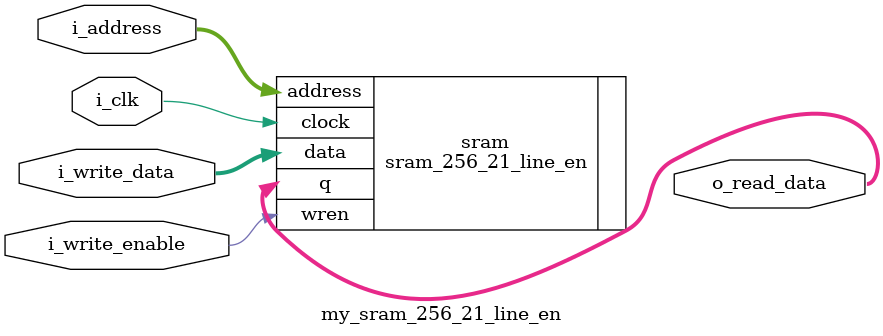
<source format=v>
`timescale 1 ps / 1 ps

module my_sram_256_21_line_en (
	input wire [7:0]i_address,
	input wire i_clk,
	input wire [20:0]i_write_data,
	input wire i_write_enable,
	output wire [20:0]o_read_data
	);
parameter DATA_WIDTH = 21;
parameter INITIALIZE_TO_ZERO = 1;
parameter ADDRESS_WIDTH = 8;

sram_256_21_line_en sram(
	.address(i_address),
	.clock(i_clk),
	.data(i_write_data),
	.wren(i_write_enable),
	.q(o_read_data)
	);
	
endmodule

</source>
